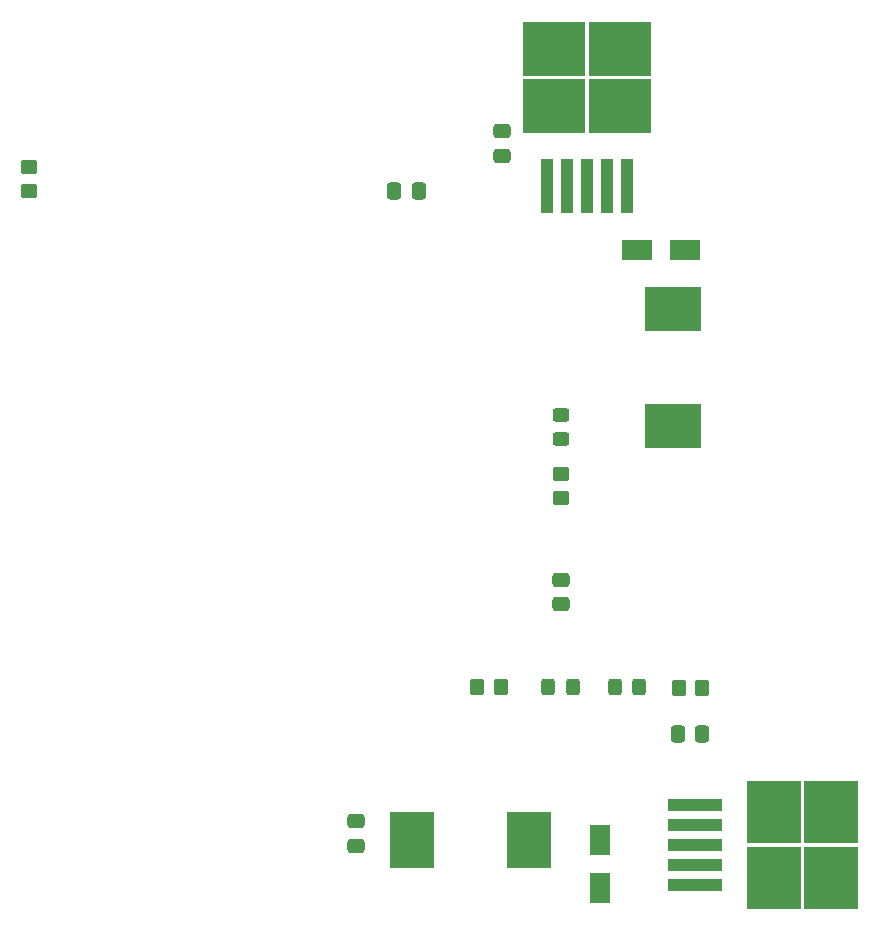
<source format=gbr>
%TF.GenerationSoftware,KiCad,Pcbnew,(6.0.7)*%
%TF.CreationDate,2023-04-18T19:04:57+08:00*%
%TF.ProjectId,stepper_with_DRV8825_controller_board_V3,73746570-7065-4725-9f77-6974685f4452,rev?*%
%TF.SameCoordinates,PX4a62f80PY848f8c0*%
%TF.FileFunction,Paste,Top*%
%TF.FilePolarity,Positive*%
%FSLAX46Y46*%
G04 Gerber Fmt 4.6, Leading zero omitted, Abs format (unit mm)*
G04 Created by KiCad (PCBNEW (6.0.7)) date 2023-04-18 19:04:57*
%MOMM*%
%LPD*%
G01*
G04 APERTURE LIST*
G04 Aperture macros list*
%AMRoundRect*
0 Rectangle with rounded corners*
0 $1 Rounding radius*
0 $2 $3 $4 $5 $6 $7 $8 $9 X,Y pos of 4 corners*
0 Add a 4 corners polygon primitive as box body*
4,1,4,$2,$3,$4,$5,$6,$7,$8,$9,$2,$3,0*
0 Add four circle primitives for the rounded corners*
1,1,$1+$1,$2,$3*
1,1,$1+$1,$4,$5*
1,1,$1+$1,$6,$7*
1,1,$1+$1,$8,$9*
0 Add four rect primitives between the rounded corners*
20,1,$1+$1,$2,$3,$4,$5,0*
20,1,$1+$1,$4,$5,$6,$7,0*
20,1,$1+$1,$6,$7,$8,$9,0*
20,1,$1+$1,$8,$9,$2,$3,0*%
G04 Aperture macros list end*
%ADD10RoundRect,0.250000X0.337500X0.475000X-0.337500X0.475000X-0.337500X-0.475000X0.337500X-0.475000X0*%
%ADD11R,2.500000X1.800000*%
%ADD12RoundRect,0.250000X-0.450000X0.350000X-0.450000X-0.350000X0.450000X-0.350000X0.450000X0.350000X0*%
%ADD13RoundRect,0.250000X-0.450000X0.325000X-0.450000X-0.325000X0.450000X-0.325000X0.450000X0.325000X0*%
%ADD14R,3.800000X4.800000*%
%ADD15RoundRect,0.250000X0.450000X-0.350000X0.450000X0.350000X-0.450000X0.350000X-0.450000X-0.350000X0*%
%ADD16RoundRect,0.250000X-0.350000X-0.450000X0.350000X-0.450000X0.350000X0.450000X-0.350000X0.450000X0*%
%ADD17RoundRect,0.250000X-0.475000X0.337500X-0.475000X-0.337500X0.475000X-0.337500X0.475000X0.337500X0*%
%ADD18R,4.550000X5.250000*%
%ADD19R,4.600000X1.100000*%
%ADD20RoundRect,0.250000X0.475000X-0.337500X0.475000X0.337500X-0.475000X0.337500X-0.475000X-0.337500X0*%
%ADD21RoundRect,0.250000X0.350000X0.450000X-0.350000X0.450000X-0.350000X-0.450000X0.350000X-0.450000X0*%
%ADD22R,4.800000X3.800000*%
%ADD23RoundRect,0.250000X-0.325000X-0.450000X0.325000X-0.450000X0.325000X0.450000X-0.325000X0.450000X0*%
%ADD24R,5.250000X4.550000*%
%ADD25R,1.100000X4.600000*%
%ADD26R,1.800000X2.500000*%
%ADD27RoundRect,0.250000X0.325000X0.450000X-0.325000X0.450000X-0.325000X-0.450000X0.325000X-0.450000X0*%
G04 APERTURE END LIST*
D10*
%TO.C,C10*%
X44000000Y63000000D03*
X41925000Y63000000D03*
%TD*%
D11*
%TO.C,D2*%
X62500000Y58000000D03*
X66500000Y58000000D03*
%TD*%
D12*
%TO.C,R4*%
X11000000Y65000000D03*
X11000000Y63000000D03*
%TD*%
D13*
%TO.C,D5*%
X56000000Y44025000D03*
X56000000Y41975000D03*
%TD*%
D14*
%TO.C,L2*%
X53280177Y8000000D03*
X43380177Y8000000D03*
%TD*%
D15*
%TO.C,R3*%
X56000000Y37000000D03*
X56000000Y39000000D03*
%TD*%
D16*
%TO.C,R2*%
X48955177Y21000000D03*
X50955177Y21000000D03*
%TD*%
D17*
%TO.C,C8*%
X56055000Y30075000D03*
X56055000Y28000000D03*
%TD*%
D18*
%TO.C,U2*%
X74055177Y4825000D03*
X78905177Y4825000D03*
X78905177Y10375000D03*
X74055177Y10375000D03*
D19*
X67330177Y11000000D03*
X67330177Y9300000D03*
X67330177Y7600000D03*
X67330177Y5900000D03*
X67330177Y4200000D03*
%TD*%
D20*
%TO.C,C3*%
X51000000Y65962500D03*
X51000000Y68037500D03*
%TD*%
D21*
%TO.C,R1*%
X68000000Y20900000D03*
X66000000Y20900000D03*
%TD*%
D22*
%TO.C,L1*%
X65480177Y52950000D03*
X65480177Y43050000D03*
%TD*%
D23*
%TO.C,D1*%
X60575000Y21000000D03*
X62625000Y21000000D03*
%TD*%
D10*
%TO.C,C4*%
X68000000Y17000000D03*
X65925000Y17000000D03*
%TD*%
D24*
%TO.C,U1*%
X61000000Y75000000D03*
X55450000Y70150000D03*
X61000000Y70150000D03*
X55450000Y75000000D03*
D25*
X54825000Y63425000D03*
X56525000Y63425000D03*
X58225000Y63425000D03*
X59925000Y63425000D03*
X61625000Y63425000D03*
%TD*%
D17*
%TO.C,C9*%
X38669823Y9625000D03*
X38669823Y7550000D03*
%TD*%
D26*
%TO.C,D3*%
X59330177Y8000000D03*
X59330177Y4000000D03*
%TD*%
D27*
%TO.C,D4*%
X57005177Y21000000D03*
X54955177Y21000000D03*
%TD*%
M02*

</source>
